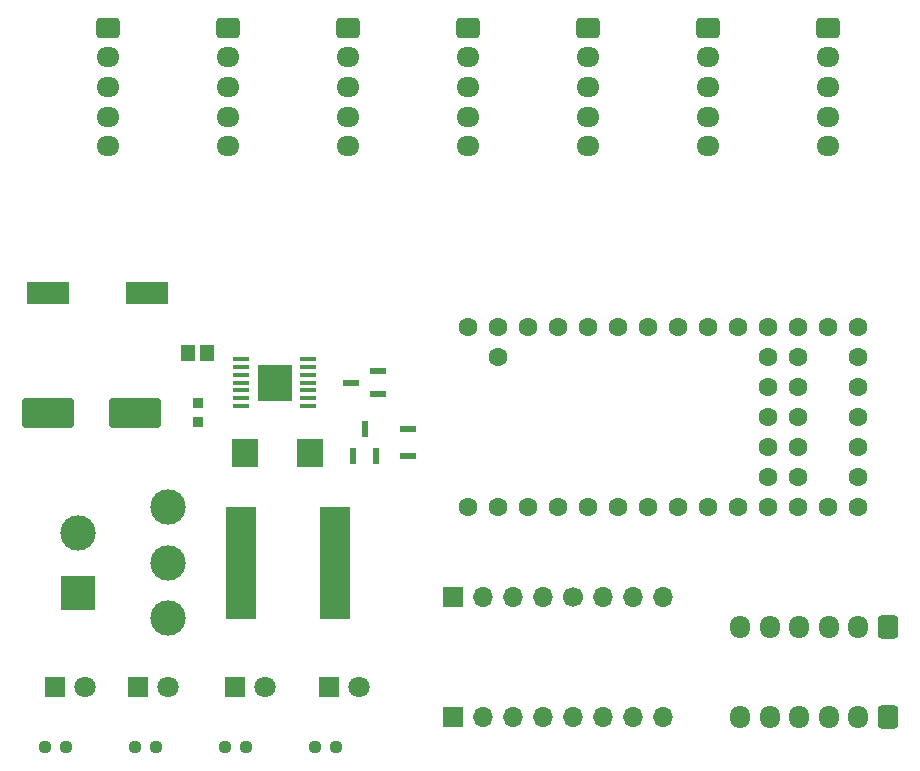
<source format=gbr>
%TF.GenerationSoftware,KiCad,Pcbnew,7.0.8*%
%TF.CreationDate,2024-03-05T19:06:49-05:00*%
%TF.ProjectId,UpdatedPCB2024,55706461-7465-4645-9043-42323032342e,rev?*%
%TF.SameCoordinates,Original*%
%TF.FileFunction,Soldermask,Top*%
%TF.FilePolarity,Negative*%
%FSLAX46Y46*%
G04 Gerber Fmt 4.6, Leading zero omitted, Abs format (unit mm)*
G04 Created by KiCad (PCBNEW 7.0.8) date 2024-03-05 19:06:49*
%MOMM*%
%LPD*%
G01*
G04 APERTURE LIST*
G04 Aperture macros list*
%AMRoundRect*
0 Rectangle with rounded corners*
0 $1 Rounding radius*
0 $2 $3 $4 $5 $6 $7 $8 $9 X,Y pos of 4 corners*
0 Add a 4 corners polygon primitive as box body*
4,1,4,$2,$3,$4,$5,$6,$7,$8,$9,$2,$3,0*
0 Add four circle primitives for the rounded corners*
1,1,$1+$1,$2,$3*
1,1,$1+$1,$4,$5*
1,1,$1+$1,$6,$7*
1,1,$1+$1,$8,$9*
0 Add four rect primitives between the rounded corners*
20,1,$1+$1,$2,$3,$4,$5,0*
20,1,$1+$1,$4,$5,$6,$7,0*
20,1,$1+$1,$6,$7,$8,$9,0*
20,1,$1+$1,$8,$9,$2,$3,0*%
G04 Aperture macros list end*
%ADD10O,1.700000X1.950000*%
%ADD11RoundRect,0.250000X0.600000X0.725000X-0.600000X0.725000X-0.600000X-0.725000X0.600000X-0.725000X0*%
%ADD12RoundRect,0.250000X-0.725000X0.600000X-0.725000X-0.600000X0.725000X-0.600000X0.725000X0.600000X0*%
%ADD13O,1.950000X1.700000*%
%ADD14R,1.800000X1.800000*%
%ADD15C,1.800000*%
%ADD16R,1.422400X0.558800*%
%ADD17R,0.965200X0.863600*%
%ADD18R,2.540000X9.530000*%
%ADD19R,3.657600X1.905000*%
%ADD20RoundRect,0.237500X-0.250000X-0.237500X0.250000X-0.237500X0.250000X0.237500X-0.250000X0.237500X0*%
%ADD21C,3.000000*%
%ADD22RoundRect,0.250000X1.950000X1.000000X-1.950000X1.000000X-1.950000X-1.000000X1.950000X-1.000000X0*%
%ADD23R,1.305598X1.449997*%
%ADD24R,0.558800X1.422400*%
%ADD25R,3.000000X3.000000*%
%ADD26C,1.600000*%
%ADD27R,1.447800X0.558800*%
%ADD28R,2.260600X2.489200*%
%ADD29R,1.700000X1.700000*%
%ADD30O,1.700000X1.700000*%
%ADD31C,1.700000*%
%ADD32R,1.422400X0.355600*%
%ADD33R,2.997200X3.098800*%
G04 APERTURE END LIST*
D10*
%TO.C,J8*%
X147520000Y-132080000D03*
X150020000Y-132080000D03*
X152520000Y-132080000D03*
X155020000Y-132080000D03*
X157520000Y-132080000D03*
D11*
X160020000Y-132080000D03*
%TD*%
D12*
%TO.C,J2*%
X93980000Y-73740000D03*
D13*
X93980000Y-76240000D03*
X93980000Y-78740000D03*
X93980000Y-81240000D03*
X93980000Y-83740000D03*
%TD*%
D14*
%TO.C,D3*%
X104771000Y-129540000D03*
D15*
X107311000Y-129540000D03*
%TD*%
D16*
%TO.C,Q2*%
X116858000Y-104710001D03*
X116858000Y-102809999D03*
X114572000Y-103760000D03*
%TD*%
D17*
%TO.C,C2*%
X101600000Y-107100100D03*
X101600000Y-105499900D03*
%TD*%
D18*
%TO.C,L1*%
X105265000Y-119000000D03*
X113175000Y-119000000D03*
%TD*%
D19*
%TO.C,C1*%
X97256600Y-96140000D03*
X88900000Y-96140000D03*
%TD*%
D12*
%TO.C,J1*%
X124460000Y-73740000D03*
D13*
X124460000Y-76240000D03*
X124460000Y-78740000D03*
X124460000Y-81240000D03*
X124460000Y-83740000D03*
%TD*%
D20*
%TO.C,R2*%
X96238500Y-134620000D03*
X98063500Y-134620000D03*
%TD*%
D14*
%TO.C,D1*%
X89531000Y-129540000D03*
D15*
X92071000Y-129540000D03*
%TD*%
D21*
%TO.C,SW1*%
X99060000Y-114300000D03*
X99060000Y-119000000D03*
X99060000Y-123700000D03*
%TD*%
D22*
%TO.C,C5*%
X96300000Y-106300000D03*
X88900000Y-106300000D03*
%TD*%
D23*
%TO.C,C4*%
X102402799Y-101220000D03*
X100797201Y-101220000D03*
%TD*%
D20*
%TO.C,R1*%
X88618500Y-134620000D03*
X90443500Y-134620000D03*
%TD*%
D24*
%TO.C,Q1*%
X114764999Y-109983000D03*
X116665001Y-109983000D03*
X115715000Y-107697000D03*
%TD*%
D25*
%TO.C,J10*%
X91440000Y-121540000D03*
D21*
X91440000Y-116460000D03*
%TD*%
D26*
%TO.C,U1*%
X124460000Y-99060000D03*
X157480000Y-111760000D03*
X157480000Y-104140000D03*
X157480000Y-101600000D03*
X127000000Y-99060000D03*
X157480000Y-106680000D03*
X124460000Y-114300000D03*
X127000000Y-101600000D03*
X149860000Y-101600000D03*
X152400000Y-101600000D03*
X149860000Y-104140000D03*
X152400000Y-104140000D03*
X149860000Y-106680000D03*
X152400000Y-106680000D03*
X149860000Y-109220000D03*
X152400000Y-109220000D03*
X149860000Y-111760000D03*
X152400000Y-111760000D03*
X132080000Y-99060000D03*
X134620000Y-99060000D03*
X137160000Y-99060000D03*
X139700000Y-99060000D03*
X142240000Y-99060000D03*
X144780000Y-99060000D03*
X147320000Y-99060000D03*
X149860000Y-99060000D03*
X152400000Y-99060000D03*
X154940000Y-99060000D03*
X157480000Y-99060000D03*
X157480000Y-114300000D03*
X154940000Y-114300000D03*
X152400000Y-114300000D03*
X149860000Y-114300000D03*
X147320000Y-114300000D03*
X144780000Y-114300000D03*
X142240000Y-114300000D03*
X139700000Y-114300000D03*
X137160000Y-114300000D03*
X129540000Y-99060000D03*
X157480000Y-109220000D03*
X134620000Y-114300000D03*
X132080000Y-114300000D03*
X129540000Y-114300000D03*
X127000000Y-114300000D03*
%TD*%
D12*
%TO.C,J7*%
X154940000Y-73740000D03*
D13*
X154940000Y-76240000D03*
X154940000Y-78740000D03*
X154940000Y-81240000D03*
X154940000Y-83740000D03*
%TD*%
D27*
%TO.C,C3*%
X119380000Y-107658900D03*
X119380000Y-110021100D03*
%TD*%
D12*
%TO.C,J6*%
X144780000Y-73740000D03*
D13*
X144780000Y-76240000D03*
X144780000Y-78740000D03*
X144780000Y-81240000D03*
X144780000Y-83740000D03*
%TD*%
D12*
%TO.C,J3*%
X104140000Y-73740000D03*
D13*
X104140000Y-76240000D03*
X104140000Y-78740000D03*
X104140000Y-81240000D03*
X104140000Y-83740000D03*
%TD*%
D10*
%TO.C,J9*%
X147520000Y-124460000D03*
X150020000Y-124460000D03*
X152520000Y-124460000D03*
X155020000Y-124460000D03*
X157520000Y-124460000D03*
D11*
X160020000Y-124460000D03*
%TD*%
D28*
%TO.C,C6*%
X105555000Y-109728000D03*
X111092200Y-109728000D03*
%TD*%
D14*
%TO.C,D2*%
X96520000Y-129540000D03*
D15*
X99060000Y-129540000D03*
%TD*%
D20*
%TO.C,R4*%
X111478500Y-134620000D03*
X113303500Y-134620000D03*
%TD*%
D29*
%TO.C,U2*%
X123190000Y-121920000D03*
D30*
X125730000Y-121920000D03*
X128270000Y-121920000D03*
X130810000Y-121920000D03*
D31*
X133350000Y-121920000D03*
D30*
X135890000Y-121920000D03*
X138430000Y-121920000D03*
X140970000Y-121920000D03*
X140970000Y-132080000D03*
X138430000Y-132080000D03*
X135890000Y-132080000D03*
X133350000Y-132080000D03*
X130810000Y-132080000D03*
X128270000Y-132080000D03*
X125730000Y-132080000D03*
D29*
X123190000Y-132080000D03*
%TD*%
D20*
%TO.C,R3*%
X103858500Y-134620000D03*
X105683500Y-134620000D03*
%TD*%
D14*
%TO.C,D4*%
X112663000Y-129540000D03*
D15*
X115203000Y-129540000D03*
%TD*%
D12*
%TO.C,J4*%
X114300000Y-73740000D03*
D13*
X114300000Y-76240000D03*
X114300000Y-78740000D03*
X114300000Y-81240000D03*
X114300000Y-83740000D03*
%TD*%
D12*
%TO.C,J5*%
X134620000Y-73740000D03*
D13*
X134620000Y-76240000D03*
X134620000Y-78740000D03*
X134620000Y-81240000D03*
X134620000Y-83740000D03*
%TD*%
D32*
%TO.C,U3*%
X105250200Y-101809999D03*
X105250200Y-102460000D03*
X105250200Y-103110001D03*
X105250200Y-103760000D03*
X105250200Y-104409999D03*
X105250200Y-105060000D03*
X105250200Y-105709999D03*
X110939800Y-105710001D03*
X110939800Y-105060000D03*
X110939800Y-104410001D03*
X110939800Y-103760000D03*
X110939800Y-103110001D03*
X110939800Y-102460000D03*
X110939800Y-101810001D03*
D33*
X108095000Y-103760000D03*
%TD*%
M02*

</source>
